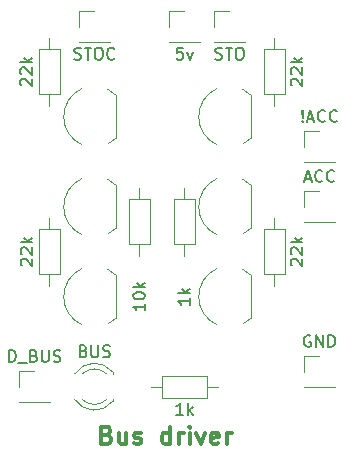
<source format=gbr>
%TF.GenerationSoftware,KiCad,Pcbnew,7.0.8*%
%TF.CreationDate,2023-11-03T11:40:39-07:00*%
%TF.ProjectId,bus_driver,6275735f-6472-4697-9665-722e6b696361,rev?*%
%TF.SameCoordinates,Original*%
%TF.FileFunction,Legend,Top*%
%TF.FilePolarity,Positive*%
%FSLAX46Y46*%
G04 Gerber Fmt 4.6, Leading zero omitted, Abs format (unit mm)*
G04 Created by KiCad (PCBNEW 7.0.8) date 2023-11-03 11:40:39*
%MOMM*%
%LPD*%
G01*
G04 APERTURE LIST*
%ADD10C,0.300000*%
%ADD11C,0.150000*%
%ADD12C,0.120000*%
G04 APERTURE END LIST*
D10*
X144564510Y-129825114D02*
X144778796Y-129896542D01*
X144778796Y-129896542D02*
X144850225Y-129967971D01*
X144850225Y-129967971D02*
X144921653Y-130110828D01*
X144921653Y-130110828D02*
X144921653Y-130325114D01*
X144921653Y-130325114D02*
X144850225Y-130467971D01*
X144850225Y-130467971D02*
X144778796Y-130539400D01*
X144778796Y-130539400D02*
X144635939Y-130610828D01*
X144635939Y-130610828D02*
X144064510Y-130610828D01*
X144064510Y-130610828D02*
X144064510Y-129110828D01*
X144064510Y-129110828D02*
X144564510Y-129110828D01*
X144564510Y-129110828D02*
X144707368Y-129182257D01*
X144707368Y-129182257D02*
X144778796Y-129253685D01*
X144778796Y-129253685D02*
X144850225Y-129396542D01*
X144850225Y-129396542D02*
X144850225Y-129539400D01*
X144850225Y-129539400D02*
X144778796Y-129682257D01*
X144778796Y-129682257D02*
X144707368Y-129753685D01*
X144707368Y-129753685D02*
X144564510Y-129825114D01*
X144564510Y-129825114D02*
X144064510Y-129825114D01*
X146207368Y-129610828D02*
X146207368Y-130610828D01*
X145564510Y-129610828D02*
X145564510Y-130396542D01*
X145564510Y-130396542D02*
X145635939Y-130539400D01*
X145635939Y-130539400D02*
X145778796Y-130610828D01*
X145778796Y-130610828D02*
X145993082Y-130610828D01*
X145993082Y-130610828D02*
X146135939Y-130539400D01*
X146135939Y-130539400D02*
X146207368Y-130467971D01*
X146850225Y-130539400D02*
X146993082Y-130610828D01*
X146993082Y-130610828D02*
X147278796Y-130610828D01*
X147278796Y-130610828D02*
X147421653Y-130539400D01*
X147421653Y-130539400D02*
X147493082Y-130396542D01*
X147493082Y-130396542D02*
X147493082Y-130325114D01*
X147493082Y-130325114D02*
X147421653Y-130182257D01*
X147421653Y-130182257D02*
X147278796Y-130110828D01*
X147278796Y-130110828D02*
X147064511Y-130110828D01*
X147064511Y-130110828D02*
X146921653Y-130039400D01*
X146921653Y-130039400D02*
X146850225Y-129896542D01*
X146850225Y-129896542D02*
X146850225Y-129825114D01*
X146850225Y-129825114D02*
X146921653Y-129682257D01*
X146921653Y-129682257D02*
X147064511Y-129610828D01*
X147064511Y-129610828D02*
X147278796Y-129610828D01*
X147278796Y-129610828D02*
X147421653Y-129682257D01*
X149921654Y-130610828D02*
X149921654Y-129110828D01*
X149921654Y-130539400D02*
X149778796Y-130610828D01*
X149778796Y-130610828D02*
X149493082Y-130610828D01*
X149493082Y-130610828D02*
X149350225Y-130539400D01*
X149350225Y-130539400D02*
X149278796Y-130467971D01*
X149278796Y-130467971D02*
X149207368Y-130325114D01*
X149207368Y-130325114D02*
X149207368Y-129896542D01*
X149207368Y-129896542D02*
X149278796Y-129753685D01*
X149278796Y-129753685D02*
X149350225Y-129682257D01*
X149350225Y-129682257D02*
X149493082Y-129610828D01*
X149493082Y-129610828D02*
X149778796Y-129610828D01*
X149778796Y-129610828D02*
X149921654Y-129682257D01*
X150635939Y-130610828D02*
X150635939Y-129610828D01*
X150635939Y-129896542D02*
X150707368Y-129753685D01*
X150707368Y-129753685D02*
X150778797Y-129682257D01*
X150778797Y-129682257D02*
X150921654Y-129610828D01*
X150921654Y-129610828D02*
X151064511Y-129610828D01*
X151564510Y-130610828D02*
X151564510Y-129610828D01*
X151564510Y-129110828D02*
X151493082Y-129182257D01*
X151493082Y-129182257D02*
X151564510Y-129253685D01*
X151564510Y-129253685D02*
X151635939Y-129182257D01*
X151635939Y-129182257D02*
X151564510Y-129110828D01*
X151564510Y-129110828D02*
X151564510Y-129253685D01*
X152135939Y-129610828D02*
X152493082Y-130610828D01*
X152493082Y-130610828D02*
X152850225Y-129610828D01*
X153993082Y-130539400D02*
X153850225Y-130610828D01*
X153850225Y-130610828D02*
X153564511Y-130610828D01*
X153564511Y-130610828D02*
X153421653Y-130539400D01*
X153421653Y-130539400D02*
X153350225Y-130396542D01*
X153350225Y-130396542D02*
X153350225Y-129825114D01*
X153350225Y-129825114D02*
X153421653Y-129682257D01*
X153421653Y-129682257D02*
X153564511Y-129610828D01*
X153564511Y-129610828D02*
X153850225Y-129610828D01*
X153850225Y-129610828D02*
X153993082Y-129682257D01*
X153993082Y-129682257D02*
X154064511Y-129825114D01*
X154064511Y-129825114D02*
X154064511Y-129967971D01*
X154064511Y-129967971D02*
X153350225Y-130110828D01*
X154707367Y-130610828D02*
X154707367Y-129610828D01*
X154707367Y-129896542D02*
X154778796Y-129753685D01*
X154778796Y-129753685D02*
X154850225Y-129682257D01*
X154850225Y-129682257D02*
X154993082Y-129610828D01*
X154993082Y-129610828D02*
X155135939Y-129610828D01*
D11*
X161321905Y-108119104D02*
X161798095Y-108119104D01*
X161226667Y-108404819D02*
X161560000Y-107404819D01*
X161560000Y-107404819D02*
X161893333Y-108404819D01*
X162798095Y-108309580D02*
X162750476Y-108357200D01*
X162750476Y-108357200D02*
X162607619Y-108404819D01*
X162607619Y-108404819D02*
X162512381Y-108404819D01*
X162512381Y-108404819D02*
X162369524Y-108357200D01*
X162369524Y-108357200D02*
X162274286Y-108261961D01*
X162274286Y-108261961D02*
X162226667Y-108166723D01*
X162226667Y-108166723D02*
X162179048Y-107976247D01*
X162179048Y-107976247D02*
X162179048Y-107833390D01*
X162179048Y-107833390D02*
X162226667Y-107642914D01*
X162226667Y-107642914D02*
X162274286Y-107547676D01*
X162274286Y-107547676D02*
X162369524Y-107452438D01*
X162369524Y-107452438D02*
X162512381Y-107404819D01*
X162512381Y-107404819D02*
X162607619Y-107404819D01*
X162607619Y-107404819D02*
X162750476Y-107452438D01*
X162750476Y-107452438D02*
X162798095Y-107500057D01*
X163798095Y-108309580D02*
X163750476Y-108357200D01*
X163750476Y-108357200D02*
X163607619Y-108404819D01*
X163607619Y-108404819D02*
X163512381Y-108404819D01*
X163512381Y-108404819D02*
X163369524Y-108357200D01*
X163369524Y-108357200D02*
X163274286Y-108261961D01*
X163274286Y-108261961D02*
X163226667Y-108166723D01*
X163226667Y-108166723D02*
X163179048Y-107976247D01*
X163179048Y-107976247D02*
X163179048Y-107833390D01*
X163179048Y-107833390D02*
X163226667Y-107642914D01*
X163226667Y-107642914D02*
X163274286Y-107547676D01*
X163274286Y-107547676D02*
X163369524Y-107452438D01*
X163369524Y-107452438D02*
X163512381Y-107404819D01*
X163512381Y-107404819D02*
X163607619Y-107404819D01*
X163607619Y-107404819D02*
X163750476Y-107452438D01*
X163750476Y-107452438D02*
X163798095Y-107500057D01*
X161798095Y-121422438D02*
X161702857Y-121374819D01*
X161702857Y-121374819D02*
X161560000Y-121374819D01*
X161560000Y-121374819D02*
X161417143Y-121422438D01*
X161417143Y-121422438D02*
X161321905Y-121517676D01*
X161321905Y-121517676D02*
X161274286Y-121612914D01*
X161274286Y-121612914D02*
X161226667Y-121803390D01*
X161226667Y-121803390D02*
X161226667Y-121946247D01*
X161226667Y-121946247D02*
X161274286Y-122136723D01*
X161274286Y-122136723D02*
X161321905Y-122231961D01*
X161321905Y-122231961D02*
X161417143Y-122327200D01*
X161417143Y-122327200D02*
X161560000Y-122374819D01*
X161560000Y-122374819D02*
X161655238Y-122374819D01*
X161655238Y-122374819D02*
X161798095Y-122327200D01*
X161798095Y-122327200D02*
X161845714Y-122279580D01*
X161845714Y-122279580D02*
X161845714Y-121946247D01*
X161845714Y-121946247D02*
X161655238Y-121946247D01*
X162274286Y-122374819D02*
X162274286Y-121374819D01*
X162274286Y-121374819D02*
X162845714Y-122374819D01*
X162845714Y-122374819D02*
X162845714Y-121374819D01*
X163321905Y-122374819D02*
X163321905Y-121374819D01*
X163321905Y-121374819D02*
X163560000Y-121374819D01*
X163560000Y-121374819D02*
X163702857Y-121422438D01*
X163702857Y-121422438D02*
X163798095Y-121517676D01*
X163798095Y-121517676D02*
X163845714Y-121612914D01*
X163845714Y-121612914D02*
X163893333Y-121803390D01*
X163893333Y-121803390D02*
X163893333Y-121946247D01*
X163893333Y-121946247D02*
X163845714Y-122136723D01*
X163845714Y-122136723D02*
X163798095Y-122231961D01*
X163798095Y-122231961D02*
X163702857Y-122327200D01*
X163702857Y-122327200D02*
X163560000Y-122374819D01*
X163560000Y-122374819D02*
X163321905Y-122374819D01*
X160205057Y-100226666D02*
X160157438Y-100179047D01*
X160157438Y-100179047D02*
X160109819Y-100083809D01*
X160109819Y-100083809D02*
X160109819Y-99845714D01*
X160109819Y-99845714D02*
X160157438Y-99750476D01*
X160157438Y-99750476D02*
X160205057Y-99702857D01*
X160205057Y-99702857D02*
X160300295Y-99655238D01*
X160300295Y-99655238D02*
X160395533Y-99655238D01*
X160395533Y-99655238D02*
X160538390Y-99702857D01*
X160538390Y-99702857D02*
X161109819Y-100274285D01*
X161109819Y-100274285D02*
X161109819Y-99655238D01*
X160205057Y-99274285D02*
X160157438Y-99226666D01*
X160157438Y-99226666D02*
X160109819Y-99131428D01*
X160109819Y-99131428D02*
X160109819Y-98893333D01*
X160109819Y-98893333D02*
X160157438Y-98798095D01*
X160157438Y-98798095D02*
X160205057Y-98750476D01*
X160205057Y-98750476D02*
X160300295Y-98702857D01*
X160300295Y-98702857D02*
X160395533Y-98702857D01*
X160395533Y-98702857D02*
X160538390Y-98750476D01*
X160538390Y-98750476D02*
X161109819Y-99321904D01*
X161109819Y-99321904D02*
X161109819Y-98702857D01*
X161109819Y-98274285D02*
X160109819Y-98274285D01*
X160728866Y-98179047D02*
X161109819Y-97893333D01*
X160443152Y-97893333D02*
X160824104Y-98274285D01*
X151584819Y-118229047D02*
X151584819Y-118800475D01*
X151584819Y-118514761D02*
X150584819Y-118514761D01*
X150584819Y-118514761D02*
X150727676Y-118609999D01*
X150727676Y-118609999D02*
X150822914Y-118705237D01*
X150822914Y-118705237D02*
X150870533Y-118800475D01*
X151584819Y-117800475D02*
X150584819Y-117800475D01*
X151203866Y-117705237D02*
X151584819Y-117419523D01*
X150918152Y-117419523D02*
X151299104Y-117800475D01*
X136287143Y-123644819D02*
X136287143Y-122644819D01*
X136287143Y-122644819D02*
X136525238Y-122644819D01*
X136525238Y-122644819D02*
X136668095Y-122692438D01*
X136668095Y-122692438D02*
X136763333Y-122787676D01*
X136763333Y-122787676D02*
X136810952Y-122882914D01*
X136810952Y-122882914D02*
X136858571Y-123073390D01*
X136858571Y-123073390D02*
X136858571Y-123216247D01*
X136858571Y-123216247D02*
X136810952Y-123406723D01*
X136810952Y-123406723D02*
X136763333Y-123501961D01*
X136763333Y-123501961D02*
X136668095Y-123597200D01*
X136668095Y-123597200D02*
X136525238Y-123644819D01*
X136525238Y-123644819D02*
X136287143Y-123644819D01*
X137049048Y-123740057D02*
X137810952Y-123740057D01*
X138382381Y-123121009D02*
X138525238Y-123168628D01*
X138525238Y-123168628D02*
X138572857Y-123216247D01*
X138572857Y-123216247D02*
X138620476Y-123311485D01*
X138620476Y-123311485D02*
X138620476Y-123454342D01*
X138620476Y-123454342D02*
X138572857Y-123549580D01*
X138572857Y-123549580D02*
X138525238Y-123597200D01*
X138525238Y-123597200D02*
X138430000Y-123644819D01*
X138430000Y-123644819D02*
X138049048Y-123644819D01*
X138049048Y-123644819D02*
X138049048Y-122644819D01*
X138049048Y-122644819D02*
X138382381Y-122644819D01*
X138382381Y-122644819D02*
X138477619Y-122692438D01*
X138477619Y-122692438D02*
X138525238Y-122740057D01*
X138525238Y-122740057D02*
X138572857Y-122835295D01*
X138572857Y-122835295D02*
X138572857Y-122930533D01*
X138572857Y-122930533D02*
X138525238Y-123025771D01*
X138525238Y-123025771D02*
X138477619Y-123073390D01*
X138477619Y-123073390D02*
X138382381Y-123121009D01*
X138382381Y-123121009D02*
X138049048Y-123121009D01*
X139049048Y-122644819D02*
X139049048Y-123454342D01*
X139049048Y-123454342D02*
X139096667Y-123549580D01*
X139096667Y-123549580D02*
X139144286Y-123597200D01*
X139144286Y-123597200D02*
X139239524Y-123644819D01*
X139239524Y-123644819D02*
X139430000Y-123644819D01*
X139430000Y-123644819D02*
X139525238Y-123597200D01*
X139525238Y-123597200D02*
X139572857Y-123549580D01*
X139572857Y-123549580D02*
X139620476Y-123454342D01*
X139620476Y-123454342D02*
X139620476Y-122644819D01*
X140049048Y-123597200D02*
X140191905Y-123644819D01*
X140191905Y-123644819D02*
X140430000Y-123644819D01*
X140430000Y-123644819D02*
X140525238Y-123597200D01*
X140525238Y-123597200D02*
X140572857Y-123549580D01*
X140572857Y-123549580D02*
X140620476Y-123454342D01*
X140620476Y-123454342D02*
X140620476Y-123359104D01*
X140620476Y-123359104D02*
X140572857Y-123263866D01*
X140572857Y-123263866D02*
X140525238Y-123216247D01*
X140525238Y-123216247D02*
X140430000Y-123168628D01*
X140430000Y-123168628D02*
X140239524Y-123121009D01*
X140239524Y-123121009D02*
X140144286Y-123073390D01*
X140144286Y-123073390D02*
X140096667Y-123025771D01*
X140096667Y-123025771D02*
X140049048Y-122930533D01*
X140049048Y-122930533D02*
X140049048Y-122835295D01*
X140049048Y-122835295D02*
X140096667Y-122740057D01*
X140096667Y-122740057D02*
X140144286Y-122692438D01*
X140144286Y-122692438D02*
X140239524Y-122644819D01*
X140239524Y-122644819D02*
X140477619Y-122644819D01*
X140477619Y-122644819D02*
X140620476Y-122692438D01*
X142581428Y-122701009D02*
X142724285Y-122748628D01*
X142724285Y-122748628D02*
X142771904Y-122796247D01*
X142771904Y-122796247D02*
X142819523Y-122891485D01*
X142819523Y-122891485D02*
X142819523Y-123034342D01*
X142819523Y-123034342D02*
X142771904Y-123129580D01*
X142771904Y-123129580D02*
X142724285Y-123177200D01*
X142724285Y-123177200D02*
X142629047Y-123224819D01*
X142629047Y-123224819D02*
X142248095Y-123224819D01*
X142248095Y-123224819D02*
X142248095Y-122224819D01*
X142248095Y-122224819D02*
X142581428Y-122224819D01*
X142581428Y-122224819D02*
X142676666Y-122272438D01*
X142676666Y-122272438D02*
X142724285Y-122320057D01*
X142724285Y-122320057D02*
X142771904Y-122415295D01*
X142771904Y-122415295D02*
X142771904Y-122510533D01*
X142771904Y-122510533D02*
X142724285Y-122605771D01*
X142724285Y-122605771D02*
X142676666Y-122653390D01*
X142676666Y-122653390D02*
X142581428Y-122701009D01*
X142581428Y-122701009D02*
X142248095Y-122701009D01*
X143248095Y-122224819D02*
X143248095Y-123034342D01*
X143248095Y-123034342D02*
X143295714Y-123129580D01*
X143295714Y-123129580D02*
X143343333Y-123177200D01*
X143343333Y-123177200D02*
X143438571Y-123224819D01*
X143438571Y-123224819D02*
X143629047Y-123224819D01*
X143629047Y-123224819D02*
X143724285Y-123177200D01*
X143724285Y-123177200D02*
X143771904Y-123129580D01*
X143771904Y-123129580D02*
X143819523Y-123034342D01*
X143819523Y-123034342D02*
X143819523Y-122224819D01*
X144248095Y-123177200D02*
X144390952Y-123224819D01*
X144390952Y-123224819D02*
X144629047Y-123224819D01*
X144629047Y-123224819D02*
X144724285Y-123177200D01*
X144724285Y-123177200D02*
X144771904Y-123129580D01*
X144771904Y-123129580D02*
X144819523Y-123034342D01*
X144819523Y-123034342D02*
X144819523Y-122939104D01*
X144819523Y-122939104D02*
X144771904Y-122843866D01*
X144771904Y-122843866D02*
X144724285Y-122796247D01*
X144724285Y-122796247D02*
X144629047Y-122748628D01*
X144629047Y-122748628D02*
X144438571Y-122701009D01*
X144438571Y-122701009D02*
X144343333Y-122653390D01*
X144343333Y-122653390D02*
X144295714Y-122605771D01*
X144295714Y-122605771D02*
X144248095Y-122510533D01*
X144248095Y-122510533D02*
X144248095Y-122415295D01*
X144248095Y-122415295D02*
X144295714Y-122320057D01*
X144295714Y-122320057D02*
X144343333Y-122272438D01*
X144343333Y-122272438D02*
X144438571Y-122224819D01*
X144438571Y-122224819D02*
X144676666Y-122224819D01*
X144676666Y-122224819D02*
X144819523Y-122272438D01*
X141819524Y-97987200D02*
X141962381Y-98034819D01*
X141962381Y-98034819D02*
X142200476Y-98034819D01*
X142200476Y-98034819D02*
X142295714Y-97987200D01*
X142295714Y-97987200D02*
X142343333Y-97939580D01*
X142343333Y-97939580D02*
X142390952Y-97844342D01*
X142390952Y-97844342D02*
X142390952Y-97749104D01*
X142390952Y-97749104D02*
X142343333Y-97653866D01*
X142343333Y-97653866D02*
X142295714Y-97606247D01*
X142295714Y-97606247D02*
X142200476Y-97558628D01*
X142200476Y-97558628D02*
X142010000Y-97511009D01*
X142010000Y-97511009D02*
X141914762Y-97463390D01*
X141914762Y-97463390D02*
X141867143Y-97415771D01*
X141867143Y-97415771D02*
X141819524Y-97320533D01*
X141819524Y-97320533D02*
X141819524Y-97225295D01*
X141819524Y-97225295D02*
X141867143Y-97130057D01*
X141867143Y-97130057D02*
X141914762Y-97082438D01*
X141914762Y-97082438D02*
X142010000Y-97034819D01*
X142010000Y-97034819D02*
X142248095Y-97034819D01*
X142248095Y-97034819D02*
X142390952Y-97082438D01*
X142676667Y-97034819D02*
X143248095Y-97034819D01*
X142962381Y-98034819D02*
X142962381Y-97034819D01*
X143771905Y-97034819D02*
X143962381Y-97034819D01*
X143962381Y-97034819D02*
X144057619Y-97082438D01*
X144057619Y-97082438D02*
X144152857Y-97177676D01*
X144152857Y-97177676D02*
X144200476Y-97368152D01*
X144200476Y-97368152D02*
X144200476Y-97701485D01*
X144200476Y-97701485D02*
X144152857Y-97891961D01*
X144152857Y-97891961D02*
X144057619Y-97987200D01*
X144057619Y-97987200D02*
X143962381Y-98034819D01*
X143962381Y-98034819D02*
X143771905Y-98034819D01*
X143771905Y-98034819D02*
X143676667Y-97987200D01*
X143676667Y-97987200D02*
X143581429Y-97891961D01*
X143581429Y-97891961D02*
X143533810Y-97701485D01*
X143533810Y-97701485D02*
X143533810Y-97368152D01*
X143533810Y-97368152D02*
X143581429Y-97177676D01*
X143581429Y-97177676D02*
X143676667Y-97082438D01*
X143676667Y-97082438D02*
X143771905Y-97034819D01*
X145200476Y-97939580D02*
X145152857Y-97987200D01*
X145152857Y-97987200D02*
X145010000Y-98034819D01*
X145010000Y-98034819D02*
X144914762Y-98034819D01*
X144914762Y-98034819D02*
X144771905Y-97987200D01*
X144771905Y-97987200D02*
X144676667Y-97891961D01*
X144676667Y-97891961D02*
X144629048Y-97796723D01*
X144629048Y-97796723D02*
X144581429Y-97606247D01*
X144581429Y-97606247D02*
X144581429Y-97463390D01*
X144581429Y-97463390D02*
X144629048Y-97272914D01*
X144629048Y-97272914D02*
X144676667Y-97177676D01*
X144676667Y-97177676D02*
X144771905Y-97082438D01*
X144771905Y-97082438D02*
X144914762Y-97034819D01*
X144914762Y-97034819D02*
X145010000Y-97034819D01*
X145010000Y-97034819D02*
X145152857Y-97082438D01*
X145152857Y-97082438D02*
X145200476Y-97130057D01*
X147774819Y-118705238D02*
X147774819Y-119276666D01*
X147774819Y-118990952D02*
X146774819Y-118990952D01*
X146774819Y-118990952D02*
X146917676Y-119086190D01*
X146917676Y-119086190D02*
X147012914Y-119181428D01*
X147012914Y-119181428D02*
X147060533Y-119276666D01*
X146774819Y-118086190D02*
X146774819Y-117990952D01*
X146774819Y-117990952D02*
X146822438Y-117895714D01*
X146822438Y-117895714D02*
X146870057Y-117848095D01*
X146870057Y-117848095D02*
X146965295Y-117800476D01*
X146965295Y-117800476D02*
X147155771Y-117752857D01*
X147155771Y-117752857D02*
X147393866Y-117752857D01*
X147393866Y-117752857D02*
X147584342Y-117800476D01*
X147584342Y-117800476D02*
X147679580Y-117848095D01*
X147679580Y-117848095D02*
X147727200Y-117895714D01*
X147727200Y-117895714D02*
X147774819Y-117990952D01*
X147774819Y-117990952D02*
X147774819Y-118086190D01*
X147774819Y-118086190D02*
X147727200Y-118181428D01*
X147727200Y-118181428D02*
X147679580Y-118229047D01*
X147679580Y-118229047D02*
X147584342Y-118276666D01*
X147584342Y-118276666D02*
X147393866Y-118324285D01*
X147393866Y-118324285D02*
X147155771Y-118324285D01*
X147155771Y-118324285D02*
X146965295Y-118276666D01*
X146965295Y-118276666D02*
X146870057Y-118229047D01*
X146870057Y-118229047D02*
X146822438Y-118181428D01*
X146822438Y-118181428D02*
X146774819Y-118086190D01*
X147774819Y-117324285D02*
X146774819Y-117324285D01*
X147393866Y-117229047D02*
X147774819Y-116943333D01*
X147108152Y-116943333D02*
X147489104Y-117324285D01*
X137330057Y-100226666D02*
X137282438Y-100179047D01*
X137282438Y-100179047D02*
X137234819Y-100083809D01*
X137234819Y-100083809D02*
X137234819Y-99845714D01*
X137234819Y-99845714D02*
X137282438Y-99750476D01*
X137282438Y-99750476D02*
X137330057Y-99702857D01*
X137330057Y-99702857D02*
X137425295Y-99655238D01*
X137425295Y-99655238D02*
X137520533Y-99655238D01*
X137520533Y-99655238D02*
X137663390Y-99702857D01*
X137663390Y-99702857D02*
X138234819Y-100274285D01*
X138234819Y-100274285D02*
X138234819Y-99655238D01*
X137330057Y-99274285D02*
X137282438Y-99226666D01*
X137282438Y-99226666D02*
X137234819Y-99131428D01*
X137234819Y-99131428D02*
X137234819Y-98893333D01*
X137234819Y-98893333D02*
X137282438Y-98798095D01*
X137282438Y-98798095D02*
X137330057Y-98750476D01*
X137330057Y-98750476D02*
X137425295Y-98702857D01*
X137425295Y-98702857D02*
X137520533Y-98702857D01*
X137520533Y-98702857D02*
X137663390Y-98750476D01*
X137663390Y-98750476D02*
X138234819Y-99321904D01*
X138234819Y-99321904D02*
X138234819Y-98702857D01*
X138234819Y-98274285D02*
X137234819Y-98274285D01*
X137853866Y-98179047D02*
X138234819Y-97893333D01*
X137568152Y-97893333D02*
X137949104Y-98274285D01*
X137345057Y-115466666D02*
X137297438Y-115419047D01*
X137297438Y-115419047D02*
X137249819Y-115323809D01*
X137249819Y-115323809D02*
X137249819Y-115085714D01*
X137249819Y-115085714D02*
X137297438Y-114990476D01*
X137297438Y-114990476D02*
X137345057Y-114942857D01*
X137345057Y-114942857D02*
X137440295Y-114895238D01*
X137440295Y-114895238D02*
X137535533Y-114895238D01*
X137535533Y-114895238D02*
X137678390Y-114942857D01*
X137678390Y-114942857D02*
X138249819Y-115514285D01*
X138249819Y-115514285D02*
X138249819Y-114895238D01*
X137345057Y-114514285D02*
X137297438Y-114466666D01*
X137297438Y-114466666D02*
X137249819Y-114371428D01*
X137249819Y-114371428D02*
X137249819Y-114133333D01*
X137249819Y-114133333D02*
X137297438Y-114038095D01*
X137297438Y-114038095D02*
X137345057Y-113990476D01*
X137345057Y-113990476D02*
X137440295Y-113942857D01*
X137440295Y-113942857D02*
X137535533Y-113942857D01*
X137535533Y-113942857D02*
X137678390Y-113990476D01*
X137678390Y-113990476D02*
X138249819Y-114561904D01*
X138249819Y-114561904D02*
X138249819Y-113942857D01*
X138249819Y-113514285D02*
X137249819Y-113514285D01*
X137868866Y-113419047D02*
X138249819Y-113133333D01*
X137583152Y-113133333D02*
X137964104Y-113514285D01*
X153749524Y-97987200D02*
X153892381Y-98034819D01*
X153892381Y-98034819D02*
X154130476Y-98034819D01*
X154130476Y-98034819D02*
X154225714Y-97987200D01*
X154225714Y-97987200D02*
X154273333Y-97939580D01*
X154273333Y-97939580D02*
X154320952Y-97844342D01*
X154320952Y-97844342D02*
X154320952Y-97749104D01*
X154320952Y-97749104D02*
X154273333Y-97653866D01*
X154273333Y-97653866D02*
X154225714Y-97606247D01*
X154225714Y-97606247D02*
X154130476Y-97558628D01*
X154130476Y-97558628D02*
X153940000Y-97511009D01*
X153940000Y-97511009D02*
X153844762Y-97463390D01*
X153844762Y-97463390D02*
X153797143Y-97415771D01*
X153797143Y-97415771D02*
X153749524Y-97320533D01*
X153749524Y-97320533D02*
X153749524Y-97225295D01*
X153749524Y-97225295D02*
X153797143Y-97130057D01*
X153797143Y-97130057D02*
X153844762Y-97082438D01*
X153844762Y-97082438D02*
X153940000Y-97034819D01*
X153940000Y-97034819D02*
X154178095Y-97034819D01*
X154178095Y-97034819D02*
X154320952Y-97082438D01*
X154606667Y-97034819D02*
X155178095Y-97034819D01*
X154892381Y-98034819D02*
X154892381Y-97034819D01*
X155701905Y-97034819D02*
X155892381Y-97034819D01*
X155892381Y-97034819D02*
X155987619Y-97082438D01*
X155987619Y-97082438D02*
X156082857Y-97177676D01*
X156082857Y-97177676D02*
X156130476Y-97368152D01*
X156130476Y-97368152D02*
X156130476Y-97701485D01*
X156130476Y-97701485D02*
X156082857Y-97891961D01*
X156082857Y-97891961D02*
X155987619Y-97987200D01*
X155987619Y-97987200D02*
X155892381Y-98034819D01*
X155892381Y-98034819D02*
X155701905Y-98034819D01*
X155701905Y-98034819D02*
X155606667Y-97987200D01*
X155606667Y-97987200D02*
X155511429Y-97891961D01*
X155511429Y-97891961D02*
X155463810Y-97701485D01*
X155463810Y-97701485D02*
X155463810Y-97368152D01*
X155463810Y-97368152D02*
X155511429Y-97177676D01*
X155511429Y-97177676D02*
X155606667Y-97082438D01*
X155606667Y-97082438D02*
X155701905Y-97034819D01*
X160220057Y-115466666D02*
X160172438Y-115419047D01*
X160172438Y-115419047D02*
X160124819Y-115323809D01*
X160124819Y-115323809D02*
X160124819Y-115085714D01*
X160124819Y-115085714D02*
X160172438Y-114990476D01*
X160172438Y-114990476D02*
X160220057Y-114942857D01*
X160220057Y-114942857D02*
X160315295Y-114895238D01*
X160315295Y-114895238D02*
X160410533Y-114895238D01*
X160410533Y-114895238D02*
X160553390Y-114942857D01*
X160553390Y-114942857D02*
X161124819Y-115514285D01*
X161124819Y-115514285D02*
X161124819Y-114895238D01*
X160220057Y-114514285D02*
X160172438Y-114466666D01*
X160172438Y-114466666D02*
X160124819Y-114371428D01*
X160124819Y-114371428D02*
X160124819Y-114133333D01*
X160124819Y-114133333D02*
X160172438Y-114038095D01*
X160172438Y-114038095D02*
X160220057Y-113990476D01*
X160220057Y-113990476D02*
X160315295Y-113942857D01*
X160315295Y-113942857D02*
X160410533Y-113942857D01*
X160410533Y-113942857D02*
X160553390Y-113990476D01*
X160553390Y-113990476D02*
X161124819Y-114561904D01*
X161124819Y-114561904D02*
X161124819Y-113942857D01*
X161124819Y-113514285D02*
X160124819Y-113514285D01*
X160743866Y-113419047D02*
X161124819Y-113133333D01*
X160458152Y-113133333D02*
X160839104Y-113514285D01*
X151010952Y-128104819D02*
X150439524Y-128104819D01*
X150725238Y-128104819D02*
X150725238Y-127104819D01*
X150725238Y-127104819D02*
X150630000Y-127247676D01*
X150630000Y-127247676D02*
X150534762Y-127342914D01*
X150534762Y-127342914D02*
X150439524Y-127390533D01*
X151439524Y-128104819D02*
X151439524Y-127104819D01*
X151534762Y-127723866D02*
X151820476Y-128104819D01*
X151820476Y-127438152D02*
X151439524Y-127819104D01*
X161131429Y-103229580D02*
X161179048Y-103277200D01*
X161179048Y-103277200D02*
X161131429Y-103324819D01*
X161131429Y-103324819D02*
X161083810Y-103277200D01*
X161083810Y-103277200D02*
X161131429Y-103229580D01*
X161131429Y-103229580D02*
X161131429Y-103324819D01*
X161131429Y-102943866D02*
X161083810Y-102372438D01*
X161083810Y-102372438D02*
X161131429Y-102324819D01*
X161131429Y-102324819D02*
X161179048Y-102372438D01*
X161179048Y-102372438D02*
X161131429Y-102943866D01*
X161131429Y-102943866D02*
X161131429Y-102324819D01*
X161560000Y-103039104D02*
X162036190Y-103039104D01*
X161464762Y-103324819D02*
X161798095Y-102324819D01*
X161798095Y-102324819D02*
X162131428Y-103324819D01*
X163036190Y-103229580D02*
X162988571Y-103277200D01*
X162988571Y-103277200D02*
X162845714Y-103324819D01*
X162845714Y-103324819D02*
X162750476Y-103324819D01*
X162750476Y-103324819D02*
X162607619Y-103277200D01*
X162607619Y-103277200D02*
X162512381Y-103181961D01*
X162512381Y-103181961D02*
X162464762Y-103086723D01*
X162464762Y-103086723D02*
X162417143Y-102896247D01*
X162417143Y-102896247D02*
X162417143Y-102753390D01*
X162417143Y-102753390D02*
X162464762Y-102562914D01*
X162464762Y-102562914D02*
X162512381Y-102467676D01*
X162512381Y-102467676D02*
X162607619Y-102372438D01*
X162607619Y-102372438D02*
X162750476Y-102324819D01*
X162750476Y-102324819D02*
X162845714Y-102324819D01*
X162845714Y-102324819D02*
X162988571Y-102372438D01*
X162988571Y-102372438D02*
X163036190Y-102420057D01*
X164036190Y-103229580D02*
X163988571Y-103277200D01*
X163988571Y-103277200D02*
X163845714Y-103324819D01*
X163845714Y-103324819D02*
X163750476Y-103324819D01*
X163750476Y-103324819D02*
X163607619Y-103277200D01*
X163607619Y-103277200D02*
X163512381Y-103181961D01*
X163512381Y-103181961D02*
X163464762Y-103086723D01*
X163464762Y-103086723D02*
X163417143Y-102896247D01*
X163417143Y-102896247D02*
X163417143Y-102753390D01*
X163417143Y-102753390D02*
X163464762Y-102562914D01*
X163464762Y-102562914D02*
X163512381Y-102467676D01*
X163512381Y-102467676D02*
X163607619Y-102372438D01*
X163607619Y-102372438D02*
X163750476Y-102324819D01*
X163750476Y-102324819D02*
X163845714Y-102324819D01*
X163845714Y-102324819D02*
X163988571Y-102372438D01*
X163988571Y-102372438D02*
X164036190Y-102420057D01*
X150987142Y-97034819D02*
X150510952Y-97034819D01*
X150510952Y-97034819D02*
X150463333Y-97511009D01*
X150463333Y-97511009D02*
X150510952Y-97463390D01*
X150510952Y-97463390D02*
X150606190Y-97415771D01*
X150606190Y-97415771D02*
X150844285Y-97415771D01*
X150844285Y-97415771D02*
X150939523Y-97463390D01*
X150939523Y-97463390D02*
X150987142Y-97511009D01*
X150987142Y-97511009D02*
X151034761Y-97606247D01*
X151034761Y-97606247D02*
X151034761Y-97844342D01*
X151034761Y-97844342D02*
X150987142Y-97939580D01*
X150987142Y-97939580D02*
X150939523Y-97987200D01*
X150939523Y-97987200D02*
X150844285Y-98034819D01*
X150844285Y-98034819D02*
X150606190Y-98034819D01*
X150606190Y-98034819D02*
X150510952Y-97987200D01*
X150510952Y-97987200D02*
X150463333Y-97939580D01*
X151368095Y-97368152D02*
X151606190Y-98034819D01*
X151606190Y-98034819D02*
X151844285Y-97368152D01*
D12*
%TO.C,J2*%
X161230000Y-109160000D02*
X162560000Y-109160000D01*
X161230000Y-110490000D02*
X161230000Y-109160000D01*
X161230000Y-111760000D02*
X161230000Y-111820000D01*
X161230000Y-111760000D02*
X163890000Y-111760000D01*
X161230000Y-111820000D02*
X163890000Y-111820000D01*
X163890000Y-111760000D02*
X163890000Y-111820000D01*
%TO.C,J7*%
X161230000Y-123130000D02*
X162560000Y-123130000D01*
X161230000Y-124460000D02*
X161230000Y-123130000D01*
X161230000Y-125730000D02*
X161230000Y-125790000D01*
X161230000Y-125730000D02*
X163890000Y-125730000D01*
X161230000Y-125790000D02*
X163890000Y-125790000D01*
X163890000Y-125730000D02*
X163890000Y-125790000D01*
%TO.C,R4*%
X158750000Y-96190000D02*
X158750000Y-97140000D01*
X159670000Y-97140000D02*
X157830000Y-97140000D01*
X157830000Y-97140000D02*
X157830000Y-100980000D01*
X159670000Y-100980000D02*
X159670000Y-97140000D01*
X157830000Y-100980000D02*
X159670000Y-100980000D01*
X158750000Y-101930000D02*
X158750000Y-100980000D01*
%TO.C,R2*%
X151130000Y-108890000D02*
X151130000Y-109840000D01*
X152050000Y-109840000D02*
X150210000Y-109840000D01*
X150210000Y-109840000D02*
X150210000Y-113680000D01*
X152050000Y-113680000D02*
X152050000Y-109840000D01*
X150210000Y-113680000D02*
X152050000Y-113680000D01*
X151130000Y-114630000D02*
X151130000Y-113680000D01*
%TO.C,J1*%
X137100000Y-124400000D02*
X138430000Y-124400000D01*
X137100000Y-125730000D02*
X137100000Y-124400000D01*
X137100000Y-127000000D02*
X137100000Y-127060000D01*
X137100000Y-127000000D02*
X139760000Y-127000000D01*
X137100000Y-127060000D02*
X139760000Y-127060000D01*
X139760000Y-127000000D02*
X139760000Y-127060000D01*
%TO.C,Q5*%
X145360000Y-104670000D02*
X145360000Y-101070000D01*
X140910001Y-102870000D02*
G75*
G03*
X142411193Y-105226399I2599999J0D01*
G01*
X144632795Y-105194183D02*
G75*
G03*
X145359999Y-104669999I-1122795J2324183D01*
G01*
X142411193Y-100513600D02*
G75*
G03*
X140910000Y-102870000I1098807J-2356400D01*
G01*
X145359999Y-101070001D02*
G75*
G03*
X144632795Y-100545817I-1849999J-1799999D01*
G01*
%TO.C,D1*%
X145070000Y-126966000D02*
X145070000Y-126810000D01*
X145070000Y-124650000D02*
X145070000Y-124494000D01*
X141837666Y-126808608D02*
G75*
G03*
X145069999Y-126965515I1672334J1078608D01*
G01*
X142468871Y-126809836D02*
G75*
G03*
X144550960Y-126809999I1041129J1079836D01*
G01*
X144550960Y-124650001D02*
G75*
G03*
X142468871Y-124650164I-1040960J-1079999D01*
G01*
X145069999Y-124494485D02*
G75*
G03*
X141837666Y-124651392I-1559999J-1235515D01*
G01*
%TO.C,J4*%
X142180000Y-93920000D02*
X143510000Y-93920000D01*
X142180000Y-95250000D02*
X142180000Y-93920000D01*
X142180000Y-96520000D02*
X142180000Y-96580000D01*
X142180000Y-96520000D02*
X144840000Y-96520000D01*
X142180000Y-96580000D02*
X144840000Y-96580000D01*
X144840000Y-96520000D02*
X144840000Y-96580000D01*
%TO.C,Q1*%
X145360000Y-119910000D02*
X145360000Y-116310000D01*
X140910001Y-118110000D02*
G75*
G03*
X142411193Y-120466399I2599999J0D01*
G01*
X144632795Y-120434183D02*
G75*
G03*
X145359999Y-119909999I-1122795J2324183D01*
G01*
X142411193Y-115753600D02*
G75*
G03*
X140910000Y-118110000I1098807J-2356400D01*
G01*
X145359999Y-116310001D02*
G75*
G03*
X144632795Y-115785817I-1849999J-1799999D01*
G01*
%TO.C,R3*%
X147320000Y-108890000D02*
X147320000Y-109840000D01*
X148240000Y-109840000D02*
X146400000Y-109840000D01*
X146400000Y-109840000D02*
X146400000Y-113680000D01*
X148240000Y-113680000D02*
X148240000Y-109840000D01*
X146400000Y-113680000D02*
X148240000Y-113680000D01*
X147320000Y-114630000D02*
X147320000Y-113680000D01*
%TO.C,R6*%
X139700000Y-96190000D02*
X139700000Y-97140000D01*
X140620000Y-97140000D02*
X138780000Y-97140000D01*
X138780000Y-97140000D02*
X138780000Y-100980000D01*
X140620000Y-100980000D02*
X140620000Y-97140000D01*
X138780000Y-100980000D02*
X140620000Y-100980000D01*
X139700000Y-101930000D02*
X139700000Y-100980000D01*
%TO.C,R7*%
X139700000Y-117170000D02*
X139700000Y-116220000D01*
X138780000Y-116220000D02*
X140620000Y-116220000D01*
X140620000Y-116220000D02*
X140620000Y-112380000D01*
X138780000Y-112380000D02*
X138780000Y-116220000D01*
X140620000Y-112380000D02*
X138780000Y-112380000D01*
X139700000Y-111430000D02*
X139700000Y-112380000D01*
%TO.C,J3*%
X153610000Y-93920000D02*
X154940000Y-93920000D01*
X153610000Y-95250000D02*
X153610000Y-93920000D01*
X153610000Y-96520000D02*
X153610000Y-96580000D01*
X153610000Y-96520000D02*
X156270000Y-96520000D01*
X153610000Y-96580000D02*
X156270000Y-96580000D01*
X156270000Y-96520000D02*
X156270000Y-96580000D01*
%TO.C,R5*%
X158750000Y-117170000D02*
X158750000Y-116220000D01*
X157830000Y-116220000D02*
X159670000Y-116220000D01*
X159670000Y-116220000D02*
X159670000Y-112380000D01*
X157830000Y-112380000D02*
X157830000Y-116220000D01*
X159670000Y-112380000D02*
X157830000Y-112380000D01*
X158750000Y-111430000D02*
X158750000Y-112380000D01*
%TO.C,Q4*%
X156790000Y-104670000D02*
X156790000Y-101070000D01*
X152340001Y-102870000D02*
G75*
G03*
X153841193Y-105226399I2599999J0D01*
G01*
X156062795Y-105194183D02*
G75*
G03*
X156789999Y-104669999I-1122795J2324183D01*
G01*
X153841193Y-100513600D02*
G75*
G03*
X152340000Y-102870000I1098807J-2356400D01*
G01*
X156789999Y-101070001D02*
G75*
G03*
X156062795Y-100545817I-1849999J-1799999D01*
G01*
%TO.C,R1*%
X148260000Y-125730000D02*
X149210000Y-125730000D01*
X149210000Y-124810000D02*
X149210000Y-126650000D01*
X149210000Y-126650000D02*
X153050000Y-126650000D01*
X153050000Y-124810000D02*
X149210000Y-124810000D01*
X153050000Y-126650000D02*
X153050000Y-124810000D01*
X154000000Y-125730000D02*
X153050000Y-125730000D01*
%TO.C,J5*%
X161230000Y-104080000D02*
X162560000Y-104080000D01*
X161230000Y-105410000D02*
X161230000Y-104080000D01*
X161230000Y-106680000D02*
X161230000Y-106740000D01*
X161230000Y-106680000D02*
X163890000Y-106680000D01*
X161230000Y-106740000D02*
X163890000Y-106740000D01*
X163890000Y-106680000D02*
X163890000Y-106740000D01*
%TO.C,Q6*%
X145360000Y-112290000D02*
X145360000Y-108690000D01*
X140910001Y-110490000D02*
G75*
G03*
X142411193Y-112846399I2599999J0D01*
G01*
X144632795Y-112814183D02*
G75*
G03*
X145359999Y-112289999I-1122795J2324183D01*
G01*
X142411193Y-108133600D02*
G75*
G03*
X140910000Y-110490000I1098807J-2356400D01*
G01*
X145359999Y-108690001D02*
G75*
G03*
X144632795Y-108165817I-1849999J-1799999D01*
G01*
%TO.C,Q3*%
X156790000Y-112290000D02*
X156790000Y-108690000D01*
X152340001Y-110490000D02*
G75*
G03*
X153841193Y-112846399I2599999J0D01*
G01*
X156062795Y-112814183D02*
G75*
G03*
X156789999Y-112289999I-1122795J2324183D01*
G01*
X153841193Y-108133600D02*
G75*
G03*
X152340000Y-110490000I1098807J-2356400D01*
G01*
X156789999Y-108690001D02*
G75*
G03*
X156062795Y-108165817I-1849999J-1799999D01*
G01*
%TO.C,J6*%
X149800000Y-93920000D02*
X151130000Y-93920000D01*
X149800000Y-95250000D02*
X149800000Y-93920000D01*
X149800000Y-96520000D02*
X149800000Y-96580000D01*
X149800000Y-96520000D02*
X152460000Y-96520000D01*
X149800000Y-96580000D02*
X152460000Y-96580000D01*
X152460000Y-96520000D02*
X152460000Y-96580000D01*
%TO.C,Q2*%
X156790000Y-119910000D02*
X156790000Y-116310000D01*
X152340001Y-118110000D02*
G75*
G03*
X153841193Y-120466399I2599999J0D01*
G01*
X156062795Y-120434183D02*
G75*
G03*
X156789999Y-119909999I-1122795J2324183D01*
G01*
X153841193Y-115753600D02*
G75*
G03*
X152340000Y-118110000I1098807J-2356400D01*
G01*
X156789999Y-116310001D02*
G75*
G03*
X156062795Y-115785817I-1849999J-1799999D01*
G01*
%TD*%
M02*

</source>
